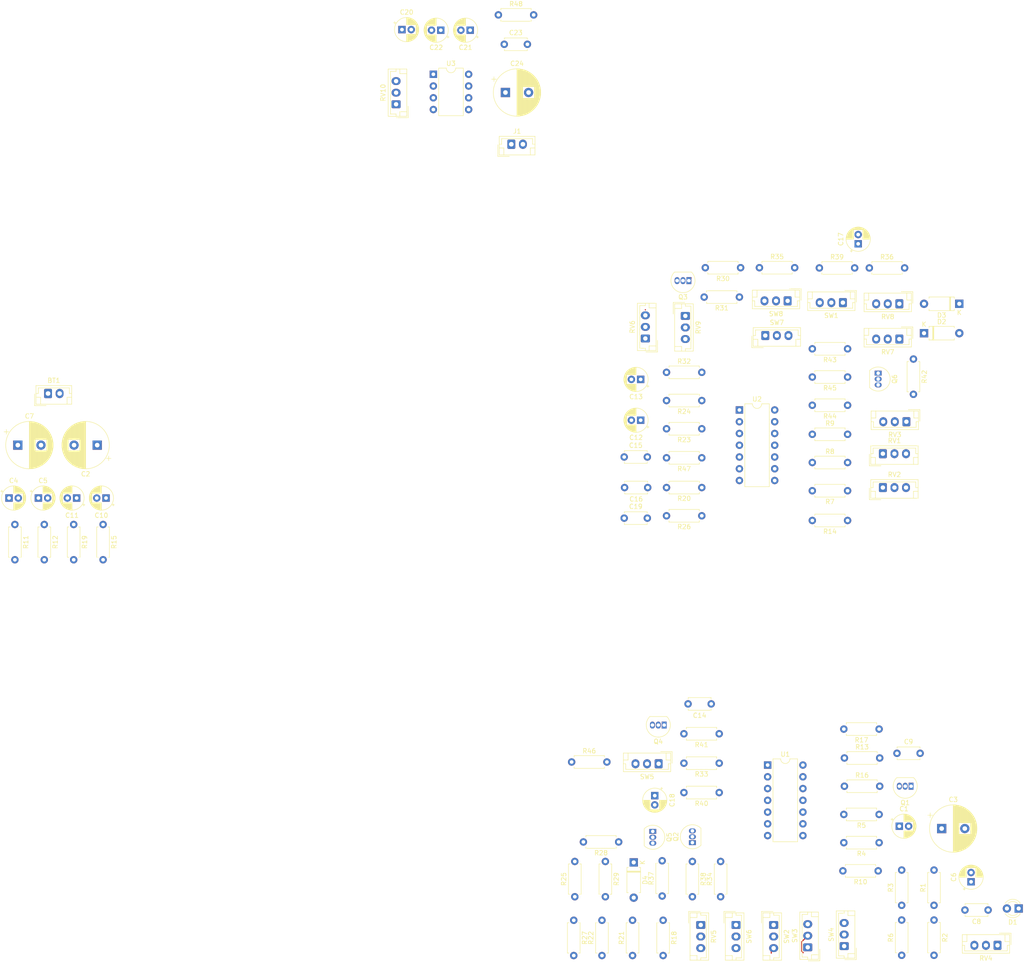
<source format=kicad_pcb>
(kicad_pcb (version 20171130) (host pcbnew "(5.1.10)-1")
  (layers (0 F.Cu signal) (31 B.Cu signal) (34 B.Paste user) (35 F.Paste user) (36 B.SilkS user) (37 F.SilkS user) (38 B.Mask user) (39 F.Mask user) (44 Edge.Cuts user))
  (net 0 "")
  (net 1 BN)
  (net 2 "Net-(BT1-Pad1)")
  (net 3 "Net-(C1-Pad1)")
  (net 4 BP)
  (net 5 "Net-(C3-Pad1)")
  (net 6 VG)
  (net 7 "Net-(C6-Pad1)")
  (net 8 "Net-(C8-Pad2)")
  (net 9 "Net-(C8-Pad1)")
  (net 10 "Net-(C9-Pad1)")
  (net 11 "Net-(C9-Pad2)")
  (net 12 "Net-(C12-Pad2)")
  (net 13 "Net-(C12-Pad1)")
  (net 14 "Net-(C13-Pad1)")
  (net 15 "Net-(C13-Pad2)")
  (net 16 "Net-(C14-Pad1)")
  (net 17 RMP)
  (net 18 "Net-(C15-Pad2)")
  (net 19 "Net-(C15-Pad1)")
  (net 20 A)
  (net 21 "Net-(C16-Pad2)")
  (net 22 "Net-(C17-Pad1)")
  (net 23 "Net-(C18-Pad1)")
  (net 24 "Net-(C19-Pad1)")
  (net 25 "Net-(C21-Pad1)")
  (net 26 "Net-(C22-Pad1)")
  (net 27 "Net-(C22-Pad2)")
  (net 28 "Net-(C23-Pad2)")
  (net 29 "Net-(C23-Pad1)")
  (net 30 "Net-(C24-Pad2)")
  (net 31 "Net-(D1-Pad2)")
  (net 32 "Net-(D2-Pad1)")
  (net 33 "Net-(D2-Pad2)")
  (net 34 "Net-(D3-Pad2)")
  (net 35 "Net-(D4-Pad1)")
  (net 36 "Net-(D4-Pad2)")
  (net 37 "Net-(Q1-Pad1)")
  (net 38 "Net-(Q1-Pad2)")
  (net 39 "Net-(Q3-Pad2)")
  (net 40 "Net-(Q3-Pad1)")
  (net 41 "Net-(Q4-Pad3)")
  (net 42 "Net-(Q5-Pad3)")
  (net 43 AREG)
  (net 44 "Net-(Q6-Pad3)")
  (net 45 "Net-(R1-Pad1)")
  (net 46 "Net-(R4-Pad1)")
  (net 47 "Net-(R7-Pad1)")
  (net 48 "Net-(R14-Pad2)")
  (net 49 "Net-(R8-Pad2)")
  (net 50 "Net-(R9-Pad2)")
  (net 51 "Net-(R18-Pad1)")
  (net 52 "Net-(R21-Pad2)")
  (net 53 "Net-(R21-Pad1)")
  (net 54 "Net-(R30-Pad2)")
  (net 55 "Net-(R33-Pad1)")
  (net 56 "Net-(R34-Pad1)")
  (net 57 "Net-(R36-Pad2)")
  (net 58 "Net-(R40-Pad1)")
  (net 59 "Net-(R43-Pad1)")
  (net 60 "Net-(R43-Pad2)")
  (net 61 SQR)
  (net 62 "Net-(R47-Pad1)")
  (net 63 LFO)
  (net 64 "Net-(RV3-Pad1)")
  (net 65 "Net-(RV5-Pad1)")
  (net 66 "Net-(RV10-Pad2)")
  (module Connector_JST:JST_EH_B3B-EH-A_1x03_P2.50mm_Vertical (layer F.Cu) (at 855.98 278.5618 180)
    (fp_text reference SW1 (at 2.5 -2.8) (layer F.SilkS))
    (fp_text value SW_SPST)
    (pad 1 thru_hole roundrect (at 0 0 180) (size 1.7 1.95) (drill 0.95) (layers *.Cu *.Mask) (roundrect_rratio 0.147059) (net 2 "Net-(BT1-Pad1)"))
    (pad 2 thru_hole oval (at 2.5 0 180) (size 1.7 1.95) (drill 0.95) (layers *.Cu *.Mask) (net 4 BP))
    (pad 3 thru_hole oval (at 5 0 180) (size 1.7 1.95) (drill 0.95) (layers *.Cu *.Mask))
  )
  (module Package_DIP:DIP-14_W7.62mm (layer F.Cu) (at 833.628 301.752)
    (fp_text reference U2 (at 3.81 -2.33) (layer F.SilkS))
    (fp_text value LM324)
    (pad 1 thru_hole rect (at 0 0) (size 1.6 1.6) (drill 0.8) (layers *.Cu *.Mask) (net 20 A))
    (pad 8 thru_hole oval (at 7.62 15.24) (size 1.6 1.6) (drill 0.8) (layers *.Cu *.Mask) (net 38 "Net-(Q1-Pad2)"))
    (pad 2 thru_hole oval (at 0 2.54) (size 1.6 1.6) (drill 0.8) (layers *.Cu *.Mask) (net 18 "Net-(C15-Pad2)"))
    (pad 9 thru_hole oval (at 7.62 12.7) (size 1.6 1.6) (drill 0.8) (layers *.Cu *.Mask) (net 48 "Net-(R14-Pad2)"))
    (pad 3 thru_hole oval (at 0 5.08) (size 1.6 1.6) (drill 0.8) (layers *.Cu *.Mask) (net 6 VG))
    (pad 10 thru_hole oval (at 7.62 10.16) (size 1.6 1.6) (drill 0.8) (layers *.Cu *.Mask) (net 6 VG))
    (pad 4 thru_hole oval (at 0 7.62) (size 1.6 1.6) (drill 0.8) (layers *.Cu *.Mask) (net 4 BP))
    (pad 11 thru_hole oval (at 7.62 7.62) (size 1.6 1.6) (drill 0.8) (layers *.Cu *.Mask) (net 1 BN))
    (pad 5 thru_hole oval (at 0 10.16) (size 1.6 1.6) (drill 0.8) (layers *.Cu *.Mask) (net 58 "Net-(R40-Pad1)"))
    (pad 12 thru_hole oval (at 7.62 5.08) (size 1.6 1.6) (drill 0.8) (layers *.Cu *.Mask) (net 59 "Net-(R43-Pad1)"))
    (pad 6 thru_hole oval (at 0 12.7) (size 1.6 1.6) (drill 0.8) (layers *.Cu *.Mask) (net 23 "Net-(C18-Pad1)"))
    (pad 13 thru_hole oval (at 7.62 2.54) (size 1.6 1.6) (drill 0.8) (layers *.Cu *.Mask) (net 43 AREG))
    (pad 7 thru_hole oval (at 0 15.24) (size 1.6 1.6) (drill 0.8) (layers *.Cu *.Mask) (net 62 "Net-(R47-Pad1)"))
    (pad 14 thru_hole oval (at 7.62 0) (size 1.6 1.6) (drill 0.8) (layers *.Cu *.Mask) (net 60 "Net-(R43-Pad2)"))
  )
  (module Package_DIP:DIP-14_W7.62mm (layer F.Cu) (at 839.724 378.46)
    (fp_text reference U1 (at 3.81 -2.33) (layer F.SilkS))
    (fp_text value LM324)
    (pad 14 thru_hole oval (at 7.62 0) (size 1.6 1.6) (drill 0.8) (layers *.Cu *.Mask) (net 11 "Net-(C9-Pad2)"))
    (pad 7 thru_hole oval (at 0 15.24) (size 1.6 1.6) (drill 0.8) (layers *.Cu *.Mask) (net 36 "Net-(D4-Pad2)"))
    (pad 13 thru_hole oval (at 7.62 2.54) (size 1.6 1.6) (drill 0.8) (layers *.Cu *.Mask) (net 10 "Net-(C9-Pad1)"))
    (pad 6 thru_hole oval (at 0 12.7) (size 1.6 1.6) (drill 0.8) (layers *.Cu *.Mask) (net 56 "Net-(R34-Pad1)"))
    (pad 12 thru_hole oval (at 7.62 5.08) (size 1.6 1.6) (drill 0.8) (layers *.Cu *.Mask) (net 6 VG))
    (pad 5 thru_hole oval (at 0 10.16) (size 1.6 1.6) (drill 0.8) (layers *.Cu *.Mask) (net 55 "Net-(R33-Pad1)"))
    (pad 11 thru_hole oval (at 7.62 7.62) (size 1.6 1.6) (drill 0.8) (layers *.Cu *.Mask) (net 1 BN))
    (pad 4 thru_hole oval (at 0 7.62) (size 1.6 1.6) (drill 0.8) (layers *.Cu *.Mask) (net 4 BP))
    (pad 10 thru_hole oval (at 7.62 10.16) (size 1.6 1.6) (drill 0.8) (layers *.Cu *.Mask) (net 45 "Net-(R1-Pad1)"))
    (pad 3 thru_hole oval (at 0 5.08) (size 1.6 1.6) (drill 0.8) (layers *.Cu *.Mask) (net 6 VG))
    (pad 9 thru_hole oval (at 7.62 12.7) (size 1.6 1.6) (drill 0.8) (layers *.Cu *.Mask) (net 3 "Net-(C1-Pad1)"))
    (pad 2 thru_hole oval (at 0 2.54) (size 1.6 1.6) (drill 0.8) (layers *.Cu *.Mask) (net 16 "Net-(C14-Pad1)"))
    (pad 8 thru_hole oval (at 7.62 15.24) (size 1.6 1.6) (drill 0.8) (layers *.Cu *.Mask) (net 8 "Net-(C8-Pad2)"))
    (pad 1 thru_hole rect (at 0 0) (size 1.6 1.6) (drill 0.8) (layers *.Cu *.Mask) (net 17 RMP))
  )
  (module Connector_JST:JST_EH_B2B-EH-A_1x02_P2.50mm_Vertical (layer F.Cu) (at 684.276 298.196)
    (fp_text reference BT1 (at 1.25 -2.8) (layer F.SilkS))
    (fp_text value 9V)
    (pad 2 thru_hole oval (at 2.5 0) (size 1.7 2) (drill 1) (layers *.Cu *.Mask) (net 1 BN))
    (pad 1 thru_hole roundrect (at 0 0) (size 1.7 2) (drill 1) (layers *.Cu *.Mask) (roundrect_rratio 0.147059) (net 2 "Net-(BT1-Pad1)"))
  )
  (module Capacitor_THT:CP_Radial_D5.0mm_P2.00mm (layer F.Cu) (at 868.172 391.668)
    (fp_text reference C1 (at 1 -3.75) (layer F.SilkS))
    (fp_text value 1uF)
    (pad 2 thru_hole circle (at 2 0) (size 1.6 1.6) (drill 0.8) (layers *.Cu *.Mask) (net 1 BN))
    (pad 1 thru_hole rect (at 0 0) (size 1.6 1.6) (drill 0.8) (layers *.Cu *.Mask) (net 3 "Net-(C1-Pad1)"))
  )
  (module Capacitor_THT:CP_Radial_D10.0mm_P5.00mm (layer F.Cu) (at 694.8932 309.3466 180)
    (fp_text reference C2 (at 2.5 -6.25) (layer F.SilkS))
    (fp_text value 470uF)
    (pad 2 thru_hole circle (at 5 0 180) (size 2 2) (drill 1) (layers *.Cu *.Mask) (net 1 BN))
    (pad 1 thru_hole rect (at 0 0 180) (size 2 2) (drill 1) (layers *.Cu *.Mask) (net 4 BP))
  )
  (module Capacitor_THT:CP_Radial_D10.0mm_P5.00mm (layer F.Cu) (at 877.316 392.176)
    (fp_text reference C3 (at 2.5 -6.25) (layer F.SilkS))
    (fp_text value 470uF)
    (pad 1 thru_hole rect (at 0 0) (size 2 2) (drill 1) (layers *.Cu *.Mask) (net 5 "Net-(C3-Pad1)"))
    (pad 2 thru_hole circle (at 5 0) (size 2 2) (drill 1) (layers *.Cu *.Mask) (net 1 BN))
  )
  (module Capacitor_THT:CP_Radial_D5.0mm_P2.00mm (layer F.Cu) (at 675.8432 320.7766)
    (fp_text reference C4 (at 1 -3.75) (layer F.SilkS))
    (fp_text value 10uF)
    (pad 1 thru_hole rect (at 0 0) (size 1.6 1.6) (drill 0.8) (layers *.Cu *.Mask) (net 4 BP))
    (pad 2 thru_hole circle (at 2 0) (size 1.6 1.6) (drill 0.8) (layers *.Cu *.Mask) (net 6 VG))
  )
  (module Capacitor_THT:CP_Radial_D5.0mm_P2.00mm (layer F.Cu) (at 682.1932 320.7766)
    (fp_text reference C5 (at 1 -3.75) (layer F.SilkS))
    (fp_text value 10uF)
    (pad 1 thru_hole rect (at 0 0) (size 1.6 1.6) (drill 0.8) (layers *.Cu *.Mask) (net 6 VG))
    (pad 2 thru_hole circle (at 2 0) (size 1.6 1.6) (drill 0.8) (layers *.Cu *.Mask) (net 1 BN))
  )
  (module Capacitor_THT:CP_Radial_D5.0mm_P2.00mm (layer F.Cu) (at 883.666 403.6822 90)
    (fp_text reference C6 (at 1 -3.75 90) (layer F.SilkS))
    (fp_text value 1uF)
    (pad 1 thru_hole rect (at 0 0 90) (size 1.6 1.6) (drill 0.8) (layers *.Cu *.Mask) (net 7 "Net-(C6-Pad1)"))
    (pad 2 thru_hole circle (at 2 0 90) (size 1.6 1.6) (drill 0.8) (layers *.Cu *.Mask) (net 1 BN))
  )
  (module Capacitor_THT:CP_Radial_D10.0mm_P5.00mm (layer F.Cu) (at 677.7482 309.3466)
    (fp_text reference C7 (at 2.5 -6.25) (layer F.SilkS))
    (fp_text value 470uF)
    (pad 1 thru_hole rect (at 0 0) (size 2 2) (drill 1) (layers *.Cu *.Mask) (net 6 VG))
    (pad 2 thru_hole circle (at 5 0) (size 2 2) (drill 1) (layers *.Cu *.Mask) (net 1 BN))
  )
  (module Capacitor_THT:C_Disc_D4.7mm_W2.5mm_P5.00mm (layer F.Cu) (at 887.349 409.7782 180)
    (fp_text reference C8 (at 2.5 -2.5) (layer F.SilkS))
    (fp_text value 1nF)
    (pad 2 thru_hole circle (at 5 0 180) (size 1.6 1.6) (drill 0.8) (layers *.Cu *.Mask) (net 8 "Net-(C8-Pad2)"))
    (pad 1 thru_hole circle (at 0 0 180) (size 1.6 1.6) (drill 0.8) (layers *.Cu *.Mask) (net 9 "Net-(C8-Pad1)"))
  )
  (module Capacitor_THT:C_Disc_D4.7mm_W2.5mm_P5.00mm (layer F.Cu) (at 867.664 375.92)
    (fp_text reference C9 (at 2.5 -2.5) (layer F.SilkS))
    (fp_text value 100pF)
    (pad 2 thru_hole circle (at 5 0) (size 1.6 1.6) (drill 0.8) (layers *.Cu *.Mask) (net 11 "Net-(C9-Pad2)"))
    (pad 1 thru_hole circle (at 0 0) (size 1.6 1.6) (drill 0.8) (layers *.Cu *.Mask) (net 10 "Net-(C9-Pad1)"))
  )
  (module Capacitor_THT:CP_Radial_D5.0mm_P2.00mm (layer F.Cu) (at 696.7982 320.7766 180)
    (fp_text reference C10 (at 1 -3.75) (layer F.SilkS))
    (fp_text value 10uF)
    (pad 1 thru_hole rect (at 0 0 180) (size 1.6 1.6) (drill 0.8) (layers *.Cu *.Mask) (net 4 BP))
    (pad 2 thru_hole circle (at 2 0 180) (size 1.6 1.6) (drill 0.8) (layers *.Cu *.Mask) (net 6 VG))
  )
  (module Capacitor_THT:CP_Radial_D5.0mm_P2.00mm (layer F.Cu) (at 690.4482 320.7766 180)
    (fp_text reference C11 (at 1 -3.75) (layer F.SilkS))
    (fp_text value 10uF)
    (pad 2 thru_hole circle (at 2 0 180) (size 1.6 1.6) (drill 0.8) (layers *.Cu *.Mask) (net 1 BN))
    (pad 1 thru_hole rect (at 0 0 180) (size 1.6 1.6) (drill 0.8) (layers *.Cu *.Mask) (net 6 VG))
  )
  (module Capacitor_THT:CP_Radial_D5.0mm_P2.00mm (layer F.Cu) (at 812.292 303.9618 180)
    (fp_text reference C12 (at 1 -3.75) (layer F.SilkS))
    (fp_text value 0.1uF)
    (pad 2 thru_hole circle (at 2 0 180) (size 1.6 1.6) (drill 0.8) (layers *.Cu *.Mask) (net 12 "Net-(C12-Pad2)"))
    (pad 1 thru_hole rect (at 0 0 180) (size 1.6 1.6) (drill 0.8) (layers *.Cu *.Mask) (net 13 "Net-(C12-Pad1)"))
  )
  (module Capacitor_THT:CP_Radial_D5.0mm_P2.00mm (layer F.Cu) (at 812.292 295.148 180)
    (fp_text reference C13 (at 1 -3.75) (layer F.SilkS))
    (fp_text value 0.1uF)
    (pad 1 thru_hole rect (at 0 0 180) (size 1.6 1.6) (drill 0.8) (layers *.Cu *.Mask) (net 14 "Net-(C13-Pad1)"))
    (pad 2 thru_hole circle (at 2 0 180) (size 1.6 1.6) (drill 0.8) (layers *.Cu *.Mask) (net 15 "Net-(C13-Pad2)"))
  )
  (module Capacitor_THT:C_Disc_D4.7mm_W2.5mm_P5.00mm (layer F.Cu) (at 827.532 365.252 180)
    (fp_text reference C14 (at 2.5 -2.5) (layer F.SilkS))
    (fp_text value .001uF)
    (pad 2 thru_hole circle (at 5 0 180) (size 1.6 1.6) (drill 0.8) (layers *.Cu *.Mask) (net 17 RMP))
    (pad 1 thru_hole circle (at 0 0 180) (size 1.6 1.6) (drill 0.8) (layers *.Cu *.Mask) (net 16 "Net-(C14-Pad1)"))
  )
  (module Capacitor_THT:C_Disc_D4.7mm_W2.5mm_P5.00mm (layer F.Cu) (at 808.736 311.912)
    (fp_text reference C15 (at 2.5 -2.5) (layer F.SilkS))
    (fp_text value .001uF)
    (pad 2 thru_hole circle (at 5 0) (size 1.6 1.6) (drill 0.8) (layers *.Cu *.Mask) (net 18 "Net-(C15-Pad2)"))
    (pad 1 thru_hole circle (at 0 0) (size 1.6 1.6) (drill 0.8) (layers *.Cu *.Mask) (net 19 "Net-(C15-Pad1)"))
  )
  (module Capacitor_THT:C_Disc_D4.7mm_W2.5mm_P5.00mm (layer F.Cu) (at 813.816 318.516 180)
    (fp_text reference C16 (at 2.5 -2.5) (layer F.SilkS))
    (fp_text value .001uF)
    (pad 1 thru_hole circle (at 0 0 180) (size 1.6 1.6) (drill 0.8) (layers *.Cu *.Mask) (net 20 A))
    (pad 2 thru_hole circle (at 5 0 180) (size 1.6 1.6) (drill 0.8) (layers *.Cu *.Mask) (net 21 "Net-(C16-Pad2)"))
  )
  (module Capacitor_THT:CP_Radial_D5.0mm_P2.00mm (layer F.Cu) (at 859.282 265.8618 90)
    (fp_text reference C17 (at 1 -3.75 90) (layer F.SilkS))
    (fp_text value 4.7uF)
    (pad 2 thru_hole circle (at 2 0 90) (size 1.6 1.6) (drill 0.8) (layers *.Cu *.Mask) (net 1 BN))
    (pad 1 thru_hole rect (at 0 0 90) (size 1.6 1.6) (drill 0.8) (layers *.Cu *.Mask) (net 22 "Net-(C17-Pad1)"))
  )
  (module Capacitor_THT:CP_Radial_D5.0mm_P2.00mm (layer F.Cu) (at 815.34 385.064 270)
    (fp_text reference C18 (at 1 -3.75 90) (layer F.SilkS))
    (fp_text value 0.1uF)
    (pad 2 thru_hole circle (at 2 0 270) (size 1.6 1.6) (drill 0.8) (layers *.Cu *.Mask) (net 1 BN))
    (pad 1 thru_hole rect (at 0 0 270) (size 1.6 1.6) (drill 0.8) (layers *.Cu *.Mask) (net 23 "Net-(C18-Pad1)"))
  )
  (module Capacitor_THT:C_Disc_D4.7mm_W2.5mm_P5.00mm (layer F.Cu) (at 808.736 325.12)
    (fp_text reference C19 (at 2.5 -2.5) (layer F.SilkS))
    (fp_text value 1uF)
    (pad 1 thru_hole circle (at 0 0) (size 1.6 1.6) (drill 0.8) (layers *.Cu *.Mask) (net 24 "Net-(C19-Pad1)"))
    (pad 2 thru_hole circle (at 5 0) (size 1.6 1.6) (drill 0.8) (layers *.Cu *.Mask) (net 20 A))
  )
  (module Capacitor_THT:CP_Radial_D5.0mm_P2.00mm (layer F.Cu) (at 760.73 219.583)
    (fp_text reference C20 (at 1 -3.75) (layer F.SilkS))
    (fp_text value 0.1uF)
    (pad 2 thru_hole circle (at 2 0) (size 1.6 1.6) (drill 0.8) (layers *.Cu *.Mask) (net 1 BN))
    (pad 1 thru_hole rect (at 0 0) (size 1.6 1.6) (drill 0.8) (layers *.Cu *.Mask) (net 4 BP))
  )
  (module Capacitor_THT:CP_Radial_D5.0mm_P2.00mm (layer F.Cu) (at 775.462 219.71 180)
    (fp_text reference C21 (at 1 -3.75) (layer F.SilkS))
    (fp_text value 10uF)
    (pad 2 thru_hole circle (at 2 0 180) (size 1.6 1.6) (drill 0.8) (layers *.Cu *.Mask) (net 1 BN))
    (pad 1 thru_hole rect (at 0 0 180) (size 1.6 1.6) (drill 0.8) (layers *.Cu *.Mask) (net 25 "Net-(C21-Pad1)"))
  )
  (module Capacitor_THT:CP_Radial_D5.0mm_P2.00mm (layer F.Cu) (at 769.112 219.71 180)
    (fp_text reference C22 (at 1 -3.75) (layer F.SilkS))
    (fp_text value 10uF)
    (pad 1 thru_hole rect (at 0 0 180) (size 1.6 1.6) (drill 0.8) (layers *.Cu *.Mask) (net 26 "Net-(C22-Pad1)"))
    (pad 2 thru_hole circle (at 2 0 180) (size 1.6 1.6) (drill 0.8) (layers *.Cu *.Mask) (net 27 "Net-(C22-Pad2)"))
  )
  (module Capacitor_THT:C_Disc_D4.7mm_W2.5mm_P5.00mm (layer F.Cu) (at 782.828 222.758)
    (fp_text reference C23 (at 2.5 -2.5) (layer F.SilkS))
    (fp_text value .047uF)
    (pad 2 thru_hole circle (at 5 0) (size 1.6 1.6) (drill 0.8) (layers *.Cu *.Mask) (net 28 "Net-(C23-Pad2)"))
    (pad 1 thru_hole circle (at 0 0) (size 1.6 1.6) (drill 0.8) (layers *.Cu *.Mask) (net 29 "Net-(C23-Pad1)"))
  )
  (module Capacitor_THT:CP_Radial_D10.0mm_P5.00mm (layer F.Cu) (at 783.082 233.172)
    (fp_text reference C24 (at 2.5 -6.25) (layer F.SilkS))
    (fp_text value 220uF)
    (pad 2 thru_hole circle (at 5 0) (size 2 2) (drill 1) (layers *.Cu *.Mask) (net 30 "Net-(C24-Pad2)"))
    (pad 1 thru_hole rect (at 0 0) (size 2 2) (drill 1) (layers *.Cu *.Mask) (net 29 "Net-(C23-Pad1)"))
  )
  (module LED_THT:LED_D3.0mm (layer F.Cu) (at 893.953 409.448 180)
    (fp_text reference D1 (at 1.27 -2.96) (layer F.SilkS))
    (fp_text value LED)
    (pad 1 thru_hole rect (at 0 0 180) (size 1.8 1.8) (drill 0.9) (layers *.Cu *.Mask) (net 8 "Net-(C8-Pad2)"))
    (pad 2 thru_hole circle (at 2.54 0 180) (size 1.8 1.8) (drill 0.9) (layers *.Cu *.Mask) (net 31 "Net-(D1-Pad2)"))
  )
  (module Diode_THT:D_A-405_P7.62mm_Horizontal (layer F.Cu) (at 873.506 285.1658)
    (fp_text reference D2 (at 3.81 -2.47) (layer F.SilkS))
    (fp_text value D)
    (fp_text user K (at 0 -1.9) (layer F.SilkS))
    (pad 1 thru_hole rect (at 0 0) (size 1.8 1.8) (drill 0.9) (layers *.Cu *.Mask) (net 32 "Net-(D2-Pad1)"))
    (pad 2 thru_hole oval (at 7.62 0) (size 1.8 1.8) (drill 0.9) (layers *.Cu *.Mask) (net 33 "Net-(D2-Pad2)"))
  )
  (module Diode_THT:D_A-405_P7.62mm_Horizontal (layer F.Cu) (at 881.126 278.8158 180)
    (fp_text reference D3 (at 3.81 -2.47) (layer F.SilkS))
    (fp_text value D)
    (fp_text user K (at 0 -1.9) (layer F.SilkS))
    (pad 2 thru_hole oval (at 7.62 0 180) (size 1.8 1.8) (drill 0.9) (layers *.Cu *.Mask) (net 34 "Net-(D3-Pad2)"))
    (pad 1 thru_hole rect (at 0 0 180) (size 1.8 1.8) (drill 0.9) (layers *.Cu *.Mask) (net 33 "Net-(D2-Pad2)"))
  )
  (module Diode_THT:D_A-405_P7.62mm_Horizontal (layer F.Cu) (at 810.7934 399.4912 270)
    (fp_text reference D4 (at 3.81 -2.47 90) (layer F.SilkS))
    (fp_text value D)
    (fp_text user K (at 0 -1.9 90) (layer F.SilkS))
    (pad 2 thru_hole oval (at 7.62 0 270) (size 1.8 1.8) (drill 0.9) (layers *.Cu *.Mask) (net 36 "Net-(D4-Pad2)"))
    (pad 1 thru_hole rect (at 0 0 270) (size 1.8 1.8) (drill 0.9) (layers *.Cu *.Mask) (net 35 "Net-(D4-Pad1)"))
  )
  (module Connector_JST:JST_EH_B2B-EH-A_1x02_P2.50mm_Vertical (layer F.Cu) (at 784.352 244.348)
    (fp_text reference J1 (at 1.25 -2.8) (layer F.SilkS))
    (fp_text value SPKR)
    (pad 1 thru_hole roundrect (at 0 0) (size 1.7 2) (drill 1) (layers *.Cu *.Mask) (roundrect_rratio 0.147059) (net 30 "Net-(C24-Pad2)"))
    (pad 2 thru_hole oval (at 2.5 0) (size 1.7 2) (drill 1) (layers *.Cu *.Mask) (net 1 BN))
  )
  (module Package_TO_SOT_THT:TO-92_Inline (layer F.Cu) (at 870.712 383.032 180)
    (fp_text reference Q1 (at 1.27 -3.56) (layer F.SilkS))
    (fp_text value 2N3904)
    (pad 2 thru_hole oval (at 1.27 0 180) (size 1.05 1.5) (drill 0.75) (layers *.Cu *.Mask) (net 38 "Net-(Q1-Pad2)"))
    (pad 3 thru_hole oval (at 2.54 0 180) (size 1.05 1.5) (drill 0.75) (layers *.Cu *.Mask) (net 10 "Net-(C9-Pad1)"))
    (pad 1 thru_hole rect (at 0 0 180) (size 1.05 1.5) (drill 0.75) (layers *.Cu *.Mask) (net 37 "Net-(Q1-Pad1)"))
  )
  (module Package_TO_SOT_THT:TO-92_Inline (layer F.Cu) (at 823.468 395.224 90)
    (fp_text reference Q2 (at 1.27 -3.56 90) (layer F.SilkS))
    (fp_text value 2N3904)
    (pad 1 thru_hole rect (at 0 0 90) (size 1.05 1.5) (drill 0.75) (layers *.Cu *.Mask) (net 37 "Net-(Q1-Pad1)"))
    (pad 3 thru_hole oval (at 2.54 0 90) (size 1.05 1.5) (drill 0.75) (layers *.Cu *.Mask) (net 16 "Net-(C14-Pad1)"))
    (pad 2 thru_hole oval (at 1.27 0 90) (size 1.05 1.5) (drill 0.75) (layers *.Cu *.Mask) (net 6 VG))
  )
  (module Package_TO_SOT_THT:TO-92_Inline (layer F.Cu) (at 822.706 273.812 180)
    (fp_text reference Q3 (at 1.27 -3.56) (layer F.SilkS))
    (fp_text value 2N3906)
    (pad 2 thru_hole oval (at 1.27 0 180) (size 1.05 1.5) (drill 0.75) (layers *.Cu *.Mask) (net 39 "Net-(Q3-Pad2)"))
    (pad 3 thru_hole oval (at 2.54 0 180) (size 1.05 1.5) (drill 0.75) (layers *.Cu *.Mask) (net 1 BN))
    (pad 1 thru_hole rect (at 0 0 180) (size 1.05 1.5) (drill 0.75) (layers *.Cu *.Mask) (net 40 "Net-(Q3-Pad1)"))
  )
  (module Package_TO_SOT_THT:TO-92_Inline (layer F.Cu) (at 817.372 369.824 180)
    (fp_text reference Q4 (at 1.27 -3.56) (layer F.SilkS))
    (fp_text value 2N5457)
    (pad 2 thru_hole oval (at 1.27 0 180) (size 1.05 1.5) (drill 0.75) (layers *.Cu *.Mask) (net 16 "Net-(C14-Pad1)"))
    (pad 3 thru_hole oval (at 2.54 0 180) (size 1.05 1.5) (drill 0.75) (layers *.Cu *.Mask) (net 41 "Net-(Q4-Pad3)"))
    (pad 1 thru_hole rect (at 0 0 180) (size 1.05 1.5) (drill 0.75) (layers *.Cu *.Mask) (net 17 RMP))
  )
  (module Package_TO_SOT_THT:TO-92_Inline (layer F.Cu) (at 814.9082 392.7856 270)
    (fp_text reference Q5 (at 1.27 -3.56 90) (layer F.SilkS))
    (fp_text value 2N5457)
    (pad 1 thru_hole rect (at 0 0 270) (size 1.05 1.5) (drill 0.75) (layers *.Cu *.Mask) (net 19 "Net-(C15-Pad1)"))
    (pad 3 thru_hole oval (at 2.54 0 270) (size 1.05 1.5) (drill 0.75) (layers *.Cu *.Mask) (net 42 "Net-(Q5-Pad3)"))
    (pad 2 thru_hole oval (at 1.27 0 270) (size 1.05 1.5) (drill 0.75) (layers *.Cu *.Mask) (net 6 VG))
  )
  (module Package_TO_SOT_THT:TO-92_Inline (layer F.Cu) (at 863.6 293.8018 270)
    (fp_text reference Q6 (at 1.27 -3.56 90) (layer F.SilkS))
    (fp_text value 2N5457)
    (pad 2 thru_hole oval (at 1.27 0 270) (size 1.05 1.5) (drill 0.75) (layers *.Cu *.Mask) (net 43 AREG))
    (pad 3 thru_hole oval (at 2.54 0 270) (size 1.05 1.5) (drill 0.75) (layers *.Cu *.Mask) (net 44 "Net-(Q6-Pad3)"))
    (pad 1 thru_hole rect (at 0 0 270) (size 1.05 1.5) (drill 0.75) (layers *.Cu *.Mask) (net 4 BP))
  )
  (module Resistor_THT:R_Axial_DIN0207_L6.3mm_D2.5mm_P7.62mm_Horizontal (layer F.Cu) (at 875.665 408.7622 90)
    (fp_text reference R1 (at 3.81 -2.37 90) (layer F.SilkS))
    (fp_text value 100k)
    (pad 2 thru_hole oval (at 7.62 0 90) (size 1.6 1.6) (drill 0.8) (layers *.Cu *.Mask) (net 4 BP))
    (pad 1 thru_hole circle (at 0 0 90) (size 1.6 1.6) (drill 0.8) (layers *.Cu *.Mask) (net 45 "Net-(R1-Pad1)"))
  )
  (module Resistor_THT:R_Axial_DIN0207_L6.3mm_D2.5mm_P7.62mm_Horizontal (layer F.Cu) (at 875.665 411.9372 270)
    (fp_text reference R2 (at 3.81 -2.37 90) (layer F.SilkS))
    (fp_text value 100k)
    (pad 1 thru_hole circle (at 0 0 270) (size 1.6 1.6) (drill 0.8) (layers *.Cu *.Mask) (net 45 "Net-(R1-Pad1)"))
    (pad 2 thru_hole oval (at 7.62 0 270) (size 1.6 1.6) (drill 0.8) (layers *.Cu *.Mask) (net 1 BN))
  )
  (module Resistor_THT:R_Axial_DIN0207_L6.3mm_D2.5mm_P7.62mm_Horizontal (layer F.Cu) (at 868.68 408.7622 90)
    (fp_text reference R3 (at 3.81 -2.37 90) (layer F.SilkS))
    (fp_text value 3k)
    (pad 1 thru_hole circle (at 0 0 90) (size 1.6 1.6) (drill 0.8) (layers *.Cu *.Mask) (net 5 "Net-(C3-Pad1)"))
    (pad 2 thru_hole oval (at 7.62 0 90) (size 1.6 1.6) (drill 0.8) (layers *.Cu *.Mask) (net 4 BP))
  )
  (module Resistor_THT:R_Axial_DIN0207_L6.3mm_D2.5mm_P7.62mm_Horizontal (layer F.Cu) (at 863.8032 395.224 180)
    (fp_text reference R4 (at 3.81 -2.37) (layer F.SilkS))
    (fp_text value 3k)
    (pad 2 thru_hole oval (at 7.62 0 180) (size 1.6 1.6) (drill 0.8) (layers *.Cu *.Mask) (net 3 "Net-(C1-Pad1)"))
    (pad 1 thru_hole circle (at 0 0 180) (size 1.6 1.6) (drill 0.8) (layers *.Cu *.Mask) (net 46 "Net-(R4-Pad1)"))
  )
  (module Resistor_THT:R_Axial_DIN0207_L6.3mm_D2.5mm_P7.62mm_Horizontal (layer F.Cu) (at 863.8032 389.128 180)
    (fp_text reference R5 (at 3.81 -2.37) (layer F.SilkS))
    (fp_text value 100k)
    (pad 2 thru_hole oval (at 7.62 0 180) (size 1.6 1.6) (drill 0.8) (layers *.Cu *.Mask) (net 45 "Net-(R1-Pad1)"))
    (pad 1 thru_hole circle (at 0 0 180) (size 1.6 1.6) (drill 0.8) (layers *.Cu *.Mask) (net 8 "Net-(C8-Pad2)"))
  )
  (module Resistor_THT:R_Axial_DIN0207_L6.3mm_D2.5mm_P7.62mm_Horizontal (layer F.Cu) (at 868.68 419.5572 90)
    (fp_text reference R6 (at 3.81 -2.37 90) (layer F.SilkS))
    (fp_text value 3k)
    (pad 1 thru_hole circle (at 0 0 90) (size 1.6 1.6) (drill 0.8) (layers *.Cu *.Mask) (net 31 "Net-(D1-Pad2)"))
    (pad 2 thru_hole oval (at 7.62 0 90) (size 1.6 1.6) (drill 0.8) (layers *.Cu *.Mask) (net 5 "Net-(C3-Pad1)"))
  )
  (module Resistor_THT:R_Axial_DIN0207_L6.3mm_D2.5mm_P7.62mm_Horizontal (layer F.Cu) (at 856.996 319.2018 180)
    (fp_text reference R7 (at 3.81 -2.37) (layer F.SilkS))
    (fp_text value 47k)
    (pad 2 thru_hole oval (at 7.62 0 180) (size 1.6 1.6) (drill 0.8) (layers *.Cu *.Mask) (net 48 "Net-(R14-Pad2)"))
    (pad 1 thru_hole circle (at 0 0 180) (size 1.6 1.6) (drill 0.8) (layers *.Cu *.Mask) (net 47 "Net-(R7-Pad1)"))
  )
  (module Resistor_THT:R_Axial_DIN0207_L6.3mm_D2.5mm_P7.62mm_Horizontal (layer F.Cu) (at 849.376 313.1058)
    (fp_text reference R8 (at 3.81 -2.37) (layer F.SilkS))
    (fp_text value 100k)
    (pad 1 thru_hole circle (at 0 0) (size 1.6 1.6) (drill 0.8) (layers *.Cu *.Mask) (net 48 "Net-(R14-Pad2)"))
    (pad 2 thru_hole oval (at 7.62 0) (size 1.6 1.6) (drill 0.8) (layers *.Cu *.Mask) (net 49 "Net-(R8-Pad2)"))
  )
  (module Resistor_THT:R_Axial_DIN0207_L6.3mm_D2.5mm_P7.62mm_Horizontal (layer F.Cu) (at 849.376 307.0098)
    (fp_text reference R9 (at 3.81 -2.37) (layer F.SilkS))
    (fp_text value 36k)
    (pad 2 thru_hole oval (at 7.62 0) (size 1.6 1.6) (drill 0.8) (layers *.Cu *.Mask) (net 50 "Net-(R9-Pad2)"))
    (pad 1 thru_hole circle (at 0 0) (size 1.6 1.6) (drill 0.8) (layers *.Cu *.Mask) (net 48 "Net-(R14-Pad2)"))
  )
  (module Resistor_THT:R_Axial_DIN0207_L6.3mm_D2.5mm_P7.62mm_Horizontal (layer F.Cu) (at 863.6 401.32 180)
    (fp_text reference R10 (at 3.81 -2.37) (layer F.SilkS))
    (fp_text value 20k)
    (pad 2 thru_hole oval (at 7.62 0 180) (size 1.6 1.6) (drill 0.8) (layers *.Cu *.Mask) (net 8 "Net-(C8-Pad2)"))
    (pad 1 thru_hole circle (at 0 0 180) (size 1.6 1.6) (drill 0.8) (layers *.Cu *.Mask) (net 7 "Net-(C6-Pad1)"))
  )
  (module Resistor_THT:R_Axial_DIN0207_L6.3mm_D2.5mm_P7.62mm_Horizontal (layer F.Cu) (at 677.1132 326.4916 270)
    (fp_text reference R11 (at 3.81 -2.37 90) (layer F.SilkS))
    (fp_text value 4.7k)
    (pad 1 thru_hole circle (at 0 0 270) (size 1.6 1.6) (drill 0.8) (layers *.Cu *.Mask) (net 4 BP))
    (pad 2 thru_hole oval (at 7.62 0 270) (size 1.6 1.6) (drill 0.8) (layers *.Cu *.Mask) (net 6 VG))
  )
  (module Resistor_THT:R_Axial_DIN0207_L6.3mm_D2.5mm_P7.62mm_Horizontal (layer F.Cu) (at 683.4632 326.4916 270)
    (fp_text reference R12 (at 3.81 -2.37 90) (layer F.SilkS))
    (fp_text value 4.7k)
    (pad 1 thru_hole circle (at 0 0 270) (size 1.6 1.6) (drill 0.8) (layers *.Cu *.Mask) (net 1 BN))
    (pad 2 thru_hole oval (at 7.62 0 270) (size 1.6 1.6) (drill 0.8) (layers *.Cu *.Mask) (net 6 VG))
  )
  (module Resistor_THT:R_Axial_DIN0207_L6.3mm_D2.5mm_P7.62mm_Horizontal (layer F.Cu) (at 856.3102 376.936)
    (fp_text reference R13 (at 3.81 -2.37) (layer F.SilkS))
    (fp_text value 270k)
    (pad 1 thru_hole circle (at 0 0) (size 1.6 1.6) (drill 0.8) (layers *.Cu *.Mask) (net 38 "Net-(Q1-Pad2)"))
    (pad 2 thru_hole oval (at 7.62 0) (size 1.6 1.6) (drill 0.8) (layers *.Cu *.Mask) (net 4 BP))
  )
  (module Resistor_THT:R_Axial_DIN0207_L6.3mm_D2.5mm_P7.62mm_Horizontal (layer F.Cu) (at 856.996 325.628 180)
    (fp_text reference R14 (at 3.81 -2.37) (layer F.SilkS))
    (fp_text value 2k)
    (pad 2 thru_hole oval (at 7.62 0 180) (size 1.6 1.6) (drill 0.8) (layers *.Cu *.Mask) (net 48 "Net-(R14-Pad2)"))
    (pad 1 thru_hole circle (at 0 0 180) (size 1.6 1.6) (drill 0.8) (layers *.Cu *.Mask) (net 38 "Net-(Q1-Pad2)"))
  )
  (module Resistor_THT:R_Axial_DIN0207_L6.3mm_D2.5mm_P7.62mm_Horizontal (layer F.Cu) (at 696.1632 326.4916 270)
    (fp_text reference R15 (at 3.81 -2.37 90) (layer F.SilkS))
    (fp_text value 4.7k)
    (pad 1 thru_hole circle (at 0 0 270) (size 1.6 1.6) (drill 0.8) (layers *.Cu *.Mask) (net 4 BP))
    (pad 2 thru_hole oval (at 7.62 0 270) (size 1.6 1.6) (drill 0.8) (layers *.Cu *.Mask) (net 6 VG))
  )
  (module Resistor_THT:R_Axial_DIN0207_L6.3mm_D2.5mm_P7.62mm_Horizontal (layer F.Cu) (at 856.3102 383.032)
    (fp_text reference R16 (at 3.81 -2.37) (layer F.SilkS))
    (fp_text value 2M)
    (pad 2 thru_hole oval (at 7.62 0) (size 1.6 1.6) (drill 0.8) (layers *.Cu *.Mask) (net 4 BP))
    (pad 1 thru_hole circle (at 0 0) (size 1.6 1.6) (drill 0.8) (layers *.Cu *.Mask) (net 10 "Net-(C9-Pad1)"))
  )
  (module Resistor_THT:R_Axial_DIN0207_L6.3mm_D2.5mm_P7.62mm_Horizontal (layer F.Cu) (at 863.8032 370.6876 180)
    (fp_text reference R17 (at 3.81 -2.37) (layer F.SilkS))
    (fp_text value 10k)
    (pad 1 thru_hole circle (at 0 0 180) (size 1.6 1.6) (drill 0.8) (layers *.Cu *.Mask) (net 37 "Net-(Q1-Pad1)"))
    (pad 2 thru_hole oval (at 7.62 0 180) (size 1.6 1.6) (drill 0.8) (layers *.Cu *.Mask) (net 11 "Net-(C9-Pad2)"))
  )
  (module Resistor_THT:R_Axial_DIN0207_L6.3mm_D2.5mm_P7.62mm_Horizontal (layer F.Cu) (at 817.1434 411.988 270)
    (fp_text reference R18 (at 3.81 -2.37 90) (layer F.SilkS))
    (fp_text value 27k)
    (pad 2 thru_hole oval (at 7.62 0 270) (size 1.6 1.6) (drill 0.8) (layers *.Cu *.Mask) (net 1 BN))
    (pad 1 thru_hole circle (at 0 0 270) (size 1.6 1.6) (drill 0.8) (layers *.Cu *.Mask) (net 51 "Net-(R18-Pad1)"))
  )
  (module Resistor_THT:R_Axial_DIN0207_L6.3mm_D2.5mm_P7.62mm_Horizontal (layer F.Cu) (at 689.8132 326.4916 270)
    (fp_text reference R19 (at 3.81 -2.37 90) (layer F.SilkS))
    (fp_text value 4.7k)
    (pad 2 thru_hole oval (at 7.62 0 270) (size 1.6 1.6) (drill 0.8) (layers *.Cu *.Mask) (net 6 VG))
    (pad 1 thru_hole circle (at 0 0 270) (size 1.6 1.6) (drill 0.8) (layers *.Cu *.Mask) (net 1 BN))
  )
  (module Resistor_THT:R_Axial_DIN0207_L6.3mm_D2.5mm_P7.62mm_Horizontal (layer F.Cu) (at 825.5 318.516 180)
    (fp_text reference R20 (at 3.81 -2.37) (layer F.SilkS))
    (fp_text value 47k)
    (pad 1 thru_hole circle (at 0 0 180) (size 1.6 1.6) (drill 0.8) (layers *.Cu *.Mask) (net 6 VG))
    (pad 2 thru_hole oval (at 7.62 0 180) (size 1.6 1.6) (drill 0.8) (layers *.Cu *.Mask) (net 15 "Net-(C13-Pad2)"))
  )
  (module Resistor_THT:R_Axial_DIN0207_L6.3mm_D2.5mm_P7.62mm_Horizontal (layer F.Cu) (at 810.5394 419.608 90)
    (fp_text reference R21 (at 3.81 -2.37 90) (layer F.SilkS))
    (fp_text value 39k)
    (pad 2 thru_hole oval (at 7.62 0 90) (size 1.6 1.6) (drill 0.8) (layers *.Cu *.Mask) (net 52 "Net-(R21-Pad2)"))
    (pad 1 thru_hole circle (at 0 0 90) (size 1.6 1.6) (drill 0.8) (layers *.Cu *.Mask) (net 53 "Net-(R21-Pad1)"))
  )
  (module Resistor_THT:R_Axial_DIN0207_L6.3mm_D2.5mm_P7.62mm_Horizontal (layer F.Cu) (at 803.9354 419.608 90)
    (fp_text reference R22 (at 3.81 -2.37 90) (layer F.SilkS))
    (fp_text value 100k)
    (pad 2 thru_hole oval (at 7.62 0 90) (size 1.6 1.6) (drill 0.8) (layers *.Cu *.Mask) (net 4 BP))
    (pad 1 thru_hole circle (at 0 0 90) (size 1.6 1.6) (drill 0.8) (layers *.Cu *.Mask) (net 53 "Net-(R21-Pad1)"))
  )
  (module Resistor_THT:R_Axial_DIN0207_L6.3mm_D2.5mm_P7.62mm_Horizontal (layer F.Cu) (at 825.5 305.816 180)
    (fp_text reference R23 (at 3.81 -2.37) (layer F.SilkS))
    (fp_text value 4.7M)
    (pad 1 thru_hole circle (at 0 0 180) (size 1.6 1.6) (drill 0.8) (layers *.Cu *.Mask) (net 18 "Net-(C15-Pad2)"))
    (pad 2 thru_hole oval (at 7.62 0 180) (size 1.6 1.6) (drill 0.8) (layers *.Cu *.Mask) (net 13 "Net-(C12-Pad1)"))
  )
  (module Resistor_THT:R_Axial_DIN0207_L6.3mm_D2.5mm_P7.62mm_Horizontal (layer F.Cu) (at 825.5 299.72 180)
    (fp_text reference R24 (at 3.81 -2.37) (layer F.SilkS))
    (fp_text value 3M)
    (pad 2 thru_hole oval (at 7.62 0 180) (size 1.6 1.6) (drill 0.8) (layers *.Cu *.Mask) (net 14 "Net-(C13-Pad1)"))
    (pad 1 thru_hole circle (at 0 0 180) (size 1.6 1.6) (drill 0.8) (layers *.Cu *.Mask) (net 18 "Net-(C15-Pad2)"))
  )
  (module Resistor_THT:R_Axial_DIN0207_L6.3mm_D2.5mm_P7.62mm_Horizontal (layer F.Cu) (at 798.068 406.908 90)
    (fp_text reference R25 (at 3.81 -2.37 90) (layer F.SilkS))
    (fp_text value 2M)
    (pad 1 thru_hole circle (at 0 0 90) (size 1.6 1.6) (drill 0.8) (layers *.Cu *.Mask) (net 41 "Net-(Q4-Pad3)"))
    (pad 2 thru_hole oval (at 7.62 0 90) (size 1.6 1.6) (drill 0.8) (layers *.Cu *.Mask) (net 1 BN))
  )
  (module Resistor_THT:R_Axial_DIN0207_L6.3mm_D2.5mm_P7.62mm_Horizontal (layer F.Cu) (at 825.5 324.612 180)
    (fp_text reference R26 (at 3.81 -2.37) (layer F.SilkS))
    (fp_text value 47k)
    (pad 2 thru_hole oval (at 7.62 0 180) (size 1.6 1.6) (drill 0.8) (layers *.Cu *.Mask) (net 12 "Net-(C12-Pad2)"))
    (pad 1 thru_hole circle (at 0 0 180) (size 1.6 1.6) (drill 0.8) (layers *.Cu *.Mask) (net 6 VG))
  )
  (module Resistor_THT:R_Axial_DIN0207_L6.3mm_D2.5mm_P7.62mm_Horizontal (layer F.Cu) (at 797.8394 411.988 270)
    (fp_text reference R27 (at 3.81 -2.37 90) (layer F.SilkS))
    (fp_text value 39k)
    (pad 1 thru_hole circle (at 0 0 270) (size 1.6 1.6) (drill 0.8) (layers *.Cu *.Mask) (net 42 "Net-(Q5-Pad3)"))
    (pad 2 thru_hole oval (at 7.62 0 270) (size 1.6 1.6) (drill 0.8) (layers *.Cu *.Mask) (net 53 "Net-(R21-Pad1)"))
  )
  (module Resistor_THT:R_Axial_DIN0207_L6.3mm_D2.5mm_P7.62mm_Horizontal (layer F.Cu) (at 807.5422 395.0716 180)
    (fp_text reference R28 (at 3.81 -2.37) (layer F.SilkS))
    (fp_text value 100k)
    (pad 2 thru_hole oval (at 7.62 0 180) (size 1.6 1.6) (drill 0.8) (layers *.Cu *.Mask) (net 1 BN))
    (pad 1 thru_hole circle (at 0 0 180) (size 1.6 1.6) (drill 0.8) (layers *.Cu *.Mask) (net 42 "Net-(Q5-Pad3)"))
  )
  (module Resistor_THT:R_Axial_DIN0207_L6.3mm_D2.5mm_P7.62mm_Horizontal (layer F.Cu) (at 804.672 399.288 270)
    (fp_text reference R29 (at 3.81 -2.37 90) (layer F.SilkS))
    (fp_text value 10k)
    (pad 2 thru_hole oval (at 7.62 0 270) (size 1.6 1.6) (drill 0.8) (layers *.Cu *.Mask) (net 41 "Net-(Q4-Pad3)"))
    (pad 1 thru_hole circle (at 0 0 270) (size 1.6 1.6) (drill 0.8) (layers *.Cu *.Mask) (net 35 "Net-(D4-Pad1)"))
  )
  (module Resistor_THT:R_Axial_DIN0207_L6.3mm_D2.5mm_P7.62mm_Horizontal (layer F.Cu) (at 833.882 271.018 180)
    (fp_text reference R30 (at 3.81 -2.37) (layer F.SilkS))
    (fp_text value 200)
    (pad 1 thru_hole circle (at 0 0 180) (size 1.6 1.6) (drill 0.8) (layers *.Cu *.Mask) (net 40 "Net-(Q3-Pad1)"))
    (pad 2 thru_hole oval (at 7.62 0 180) (size 1.6 1.6) (drill 0.8) (layers *.Cu *.Mask) (net 54 "Net-(R30-Pad2)"))
  )
  (module Resistor_THT:R_Axial_DIN0207_L6.3mm_D2.5mm_P7.62mm_Horizontal (layer F.Cu) (at 833.628 277.368 180)
    (fp_text reference R31 (at 3.81 -2.37) (layer F.SilkS))
    (fp_text value 10k)
    (pad 2 thru_hole oval (at 7.62 0 180) (size 1.6 1.6) (drill 0.8) (layers *.Cu *.Mask) (net 54 "Net-(R30-Pad2)"))
    (pad 1 thru_hole circle (at 0 0 180) (size 1.6 1.6) (drill 0.8) (layers *.Cu *.Mask) (net 39 "Net-(Q3-Pad2)"))
  )
  (module Resistor_THT:R_Axial_DIN0207_L6.3mm_D2.5mm_P7.62mm_Horizontal (layer F.Cu) (at 817.88 293.624)
    (fp_text reference R32 (at 3.81 -2.37) (layer F.SilkS))
    (fp_text value 4.7M)
    (pad 2 thru_hole oval (at 7.62 0) (size 1.6 1.6) (drill 0.8) (layers *.Cu *.Mask) (net 18 "Net-(C15-Pad2)"))
    (pad 1 thru_hole circle (at 0 0) (size 1.6 1.6) (drill 0.8) (layers *.Cu *.Mask) (net 20 A))
  )
  (module Resistor_THT:R_Axial_DIN0207_L6.3mm_D2.5mm_P7.62mm_Horizontal (layer F.Cu) (at 829.2592 378.0536 180)
    (fp_text reference R33 (at 3.81 -2.37) (layer F.SilkS))
    (fp_text value 10k)
    (pad 1 thru_hole circle (at 0 0 180) (size 1.6 1.6) (drill 0.8) (layers *.Cu *.Mask) (net 55 "Net-(R33-Pad1)"))
    (pad 2 thru_hole oval (at 7.62 0 180) (size 1.6 1.6) (drill 0.8) (layers *.Cu *.Mask) (net 17 RMP))
  )
  (module Resistor_THT:R_Axial_DIN0207_L6.3mm_D2.5mm_P7.62mm_Horizontal (layer F.Cu) (at 829.564 406.908 90)
    (fp_text reference R34 (at 3.81 -2.37 90) (layer F.SilkS))
    (fp_text value 47k)
    (pad 1 thru_hole circle (at 0 0 90) (size 1.6 1.6) (drill 0.8) (layers *.Cu *.Mask) (net 56 "Net-(R34-Pad1)"))
    (pad 2 thru_hole oval (at 7.62 0 90) (size 1.6 1.6) (drill 0.8) (layers *.Cu *.Mask) (net 4 BP))
  )
  (module Resistor_THT:R_Axial_DIN0207_L6.3mm_D2.5mm_P7.62mm_Horizontal (layer F.Cu) (at 837.946 271.018)
    (fp_text reference R35 (at 3.81 -2.37) (layer F.SilkS))
    (fp_text value 10k)
    (pad 1 thru_hole circle (at 0 0) (size 1.6 1.6) (drill 0.8) (layers *.Cu *.Mask) (net 54 "Net-(R30-Pad2)"))
    (pad 2 thru_hole oval (at 7.62 0) (size 1.6 1.6) (drill 0.8) (layers *.Cu *.Mask) (net 1 BN))
  )
  (module Resistor_THT:R_Axial_DIN0207_L6.3mm_D2.5mm_P7.62mm_Horizontal (layer F.Cu) (at 861.695 271.0688)
    (fp_text reference R36 (at 3.81 -2.37) (layer F.SilkS))
    (fp_text value 820)
    (pad 1 thru_hole circle (at 0 0) (size 1.6 1.6) (drill 0.8) (layers *.Cu *.Mask) (net 22 "Net-(C17-Pad1)"))
    (pad 2 thru_hole oval (at 7.62 0) (size 1.6 1.6) (drill 0.8) (layers *.Cu *.Mask) (net 57 "Net-(R36-Pad2)"))
  )
  (module Resistor_THT:R_Axial_DIN0207_L6.3mm_D2.5mm_P7.62mm_Horizontal (layer F.Cu) (at 816.9402 406.7556 90)
    (fp_text reference R37 (at 3.81 -2.37 90) (layer F.SilkS))
    (fp_text value 300k)
    (pad 2 thru_hole oval (at 7.62 0 90) (size 1.6 1.6) (drill 0.8) (layers *.Cu *.Mask) (net 55 "Net-(R33-Pad1)"))
    (pad 1 thru_hole circle (at 0 0 90) (size 1.6 1.6) (drill 0.8) (layers *.Cu *.Mask) (net 36 "Net-(D4-Pad2)"))
  )
  (module Resistor_THT:R_Axial_DIN0207_L6.3mm_D2.5mm_P7.62mm_Horizontal (layer F.Cu) (at 823.468 399.288 270)
    (fp_text reference R38 (at 3.81 -2.37 90) (layer F.SilkS))
    (fp_text value 82k)
    (pad 1 thru_hole circle (at 0 0 270) (size 1.6 1.6) (drill 0.8) (layers *.Cu *.Mask) (net 1 BN))
    (pad 2 thru_hole oval (at 7.62 0 270) (size 1.6 1.6) (drill 0.8) (layers *.Cu *.Mask) (net 56 "Net-(R34-Pad1)"))
  )
  (module Resistor_THT:R_Axial_DIN0207_L6.3mm_D2.5mm_P7.62mm_Horizontal (layer F.Cu) (at 850.9 271.0688)
    (fp_text reference R39 (at 3.81 -2.37) (layer F.SilkS))
    (fp_text value 10k)
    (pad 2 thru_hole oval (at 7.62 0) (size 1.6 1.6) (drill 0.8) (layers *.Cu *.Mask) (net 22 "Net-(C17-Pad1)"))
    (pad 1 thru_hole circle (at 0 0) (size 1.6 1.6) (drill 0.8) (layers *.Cu *.Mask) (net 44 "Net-(Q6-Pad3)"))
  )
  (module Resistor_THT:R_Axial_DIN0207_L6.3mm_D2.5mm_P7.62mm_Horizontal (layer F.Cu) (at 829.2592 384.4036 180)
    (fp_text reference R40 (at 3.81 -2.37) (layer F.SilkS))
    (fp_text value 10K)
    (pad 2 thru_hole oval (at 7.62 0 180) (size 1.6 1.6) (drill 0.8) (layers *.Cu *.Mask) (net 17 RMP))
    (pad 1 thru_hole circle (at 0 0 180) (size 1.6 1.6) (drill 0.8) (layers *.Cu *.Mask) (net 58 "Net-(R40-Pad1)"))
  )
  (module Resistor_THT:R_Axial_DIN0207_L6.3mm_D2.5mm_P7.62mm_Horizontal (layer F.Cu) (at 829.2592 371.7036 180)
    (fp_text reference R41 (at 3.81 -2.37) (layer F.SilkS))
    (fp_text value 2M)
    (pad 1 thru_hole circle (at 0 0 180) (size 1.6 1.6) (drill 0.8) (layers *.Cu *.Mask) (net 23 "Net-(C18-Pad1)"))
    (pad 2 thru_hole oval (at 7.62 0 180) (size 1.6 1.6) (drill 0.8) (layers *.Cu *.Mask) (net 17 RMP))
  )
  (module Resistor_THT:R_Axial_DIN0207_L6.3mm_D2.5mm_P7.62mm_Horizontal (layer F.Cu) (at 871.22 290.7538 270)
    (fp_text reference R42 (at 3.81 -2.37 90) (layer F.SilkS))
    (fp_text value 4.7k)
    (pad 1 thru_hole circle (at 0 0 270) (size 1.6 1.6) (drill 0.8) (layers *.Cu *.Mask) (net 1 BN))
    (pad 2 thru_hole oval (at 7.62 0 270) (size 1.6 1.6) (drill 0.8) (layers *.Cu *.Mask) (net 43 AREG))
  )
  (module Resistor_THT:R_Axial_DIN0207_L6.3mm_D2.5mm_P7.62mm_Horizontal (layer F.Cu) (at 856.996 288.544 180)
    (fp_text reference R43 (at 3.81 -2.37) (layer F.SilkS))
    (fp_text value 100k)
    (pad 1 thru_hole circle (at 0 0 180) (size 1.6 1.6) (drill 0.8) (layers *.Cu *.Mask) (net 59 "Net-(R43-Pad1)"))
    (pad 2 thru_hole oval (at 7.62 0 180) (size 1.6 1.6) (drill 0.8) (layers *.Cu *.Mask) (net 60 "Net-(R43-Pad2)"))
  )
  (module Resistor_THT:R_Axial_DIN0207_L6.3mm_D2.5mm_P7.62mm_Horizontal (layer F.Cu) (at 856.996 300.736 180)
    (fp_text reference R44 (at 3.81 -2.37) (layer F.SilkS))
    (fp_text value 150k)
    (pad 1 thru_hole circle (at 0 0 180) (size 1.6 1.6) (drill 0.8) (layers *.Cu *.Mask) (net 59 "Net-(R43-Pad1)"))
    (pad 2 thru_hole oval (at 7.62 0 180) (size 1.6 1.6) (drill 0.8) (layers *.Cu *.Mask) (net 4 BP))
  )
  (module Resistor_THT:R_Axial_DIN0207_L6.3mm_D2.5mm_P7.62mm_Horizontal (layer F.Cu) (at 856.996 294.64 180)
    (fp_text reference R45 (at 3.81 -2.37) (layer F.SilkS))
    (fp_text value 150k)
    (pad 2 thru_hole oval (at 7.62 0 180) (size 1.6 1.6) (drill 0.8) (layers *.Cu *.Mask) (net 1 BN))
    (pad 1 thru_hole circle (at 0 0 180) (size 1.6 1.6) (drill 0.8) (layers *.Cu *.Mask) (net 59 "Net-(R43-Pad1)"))
  )
  (module Resistor_THT:R_Axial_DIN0207_L6.3mm_D2.5mm_P7.62mm_Horizontal (layer F.Cu) (at 797.3822 377.7996)
    (fp_text reference R46 (at 3.81 -2.37) (layer F.SilkS))
    (fp_text value 10K)
    (pad 2 thru_hole oval (at 7.62 0) (size 1.6 1.6) (drill 0.8) (layers *.Cu *.Mask) (net 61 SQR))
    (pad 1 thru_hole circle (at 0 0) (size 1.6 1.6) (drill 0.8) (layers *.Cu *.Mask) (net 6 VG))
  )
  (module Resistor_THT:R_Axial_DIN0207_L6.3mm_D2.5mm_P7.62mm_Horizontal (layer F.Cu) (at 825.5 312.0898 180)
    (fp_text reference R47 (at 3.81 -2.37) (layer F.SilkS))
    (fp_text value 10K)
    (pad 1 thru_hole circle (at 0 0 180) (size 1.6 1.6) (drill 0.8) (layers *.Cu *.Mask) (net 62 "Net-(R47-Pad1)"))
    (pad 2 thru_hole oval (at 7.62 0 180) (size 1.6 1.6) (drill 0.8) (layers *.Cu *.Mask) (net 61 SQR))
  )
  (module Resistor_THT:R_Axial_DIN0207_L6.3mm_D2.5mm_P7.62mm_Horizontal (layer F.Cu) (at 781.558 216.408)
    (fp_text reference R48 (at 3.81 -2.37) (layer F.SilkS))
    (fp_text value 10)
    (pad 1 thru_hole circle (at 0 0) (size 1.6 1.6) (drill 0.8) (layers *.Cu *.Mask) (net 1 BN))
    (pad 2 thru_hole oval (at 7.62 0) (size 1.6 1.6) (drill 0.8) (layers *.Cu *.Mask) (net 28 "Net-(C23-Pad2)"))
  )
  (module Connector_JST:JST_EH_B3B-EH-A_1x03_P2.50mm_Vertical (layer F.Cu) (at 864.616 311.2008)
    (fp_text reference RV1 (at 2.5 -2.8) (layer F.SilkS))
    (fp_text value 100k)
    (pad 3 thru_hole oval (at 5 0) (size 1.7 1.95) (drill 0.95) (layers *.Cu *.Mask) (net 1 BN))
    (pad 2 thru_hole oval (at 2.5 0) (size 1.7 1.95) (drill 0.95) (layers *.Cu *.Mask) (net 47 "Net-(R7-Pad1)"))
    (pad 1 thru_hole roundrect (at 0 0) (size 1.7 1.95) (drill 0.95) (layers *.Cu *.Mask) (roundrect_rratio 0.147059) (net 4 BP))
  )
  (module Connector_JST:JST_EH_B3B-EH-A_1x03_P2.50mm_Vertical (layer F.Cu) (at 864.616 318.516)
    (fp_text reference RV2 (at 2.5 -2.8) (layer F.SilkS))
    (fp_text value 100k)
    (pad 1 thru_hole roundrect (at 0 0) (size 1.7 1.95) (drill 0.95) (layers *.Cu *.Mask) (roundrect_rratio 0.147059) (net 63 LFO))
    (pad 2 thru_hole oval (at 2.5 0) (size 1.7 1.95) (drill 0.95) (layers *.Cu *.Mask) (net 49 "Net-(R8-Pad2)"))
    (pad 3 thru_hole oval (at 5 0) (size 1.7 1.95) (drill 0.95) (layers *.Cu *.Mask) (net 1 BN))
  )
  (module Connector_JST:JST_EH_B3B-EH-A_1x03_P2.50mm_Vertical (layer F.Cu) (at 869.696 304.292 180)
    (fp_text reference RV3 (at 2.5 -2.8) (layer F.SilkS))
    (fp_text value 100k)
    (pad 1 thru_hole roundrect (at 0 0 180) (size 1.7 1.95) (drill 0.95) (layers *.Cu *.Mask) (roundrect_rratio 0.147059) (net 64 "Net-(RV3-Pad1)"))
    (pad 2 thru_hole oval (at 2.5 0 180) (size 1.7 1.95) (drill 0.95) (layers *.Cu *.Mask) (net 50 "Net-(R9-Pad2)"))
    (pad 3 thru_hole oval (at 5 0 180) (size 1.7 1.95) (drill 0.95) (layers *.Cu *.Mask) (net 6 VG))
  )
  (module Connector_JST:JST_EH_B3B-EH-A_1x03_P2.50mm_Vertical (layer F.Cu) (at 889.381 417.3982 180)
    (fp_text reference RV4 (at 2.5 -2.8) (layer F.SilkS))
    (fp_text value 1M)
    (pad 1 thru_hole roundrect (at 0 0 180) (size 1.7 1.95) (drill 0.95) (layers *.Cu *.Mask) (roundrect_rratio 0.147059) (net 46 "Net-(R4-Pad1)"))
    (pad 2 thru_hole oval (at 2.5 0 180) (size 1.7 1.95) (drill 0.95) (layers *.Cu *.Mask) (net 8 "Net-(C8-Pad2)"))
    (pad 3 thru_hole oval (at 5 0 180) (size 1.7 1.95) (drill 0.95) (layers *.Cu *.Mask) (net 8 "Net-(C8-Pad2)"))
  )
  (module Connector_JST:JST_EH_B3B-EH-A_1x03_P2.50mm_Vertical (layer F.Cu) (at 825.2714 413.004 270)
    (fp_text reference RV5 (at 2.5 -2.8 90) (layer F.SilkS))
    (fp_text value 100k)
    (pad 3 thru_hole oval (at 5 0 270) (size 1.7 1.95) (drill 0.95) (layers *.Cu *.Mask) (net 51 "Net-(R18-Pad1)"))
    (pad 2 thru_hole oval (at 2.5 0 270) (size 1.7 1.95) (drill 0.95) (layers *.Cu *.Mask) (net 52 "Net-(R21-Pad2)"))
    (pad 1 thru_hole roundrect (at 0 0 270) (size 1.7 1.95) (drill 0.95) (layers *.Cu *.Mask) (roundrect_rratio 0.147059) (net 65 "Net-(RV5-Pad1)"))
  )
  (module Connector_JST:JST_EH_B3B-EH-A_1x03_P2.50mm_Vertical (layer F.Cu) (at 813.308 286.3088 90)
    (fp_text reference RV6 (at 2.5 -2.8 90) (layer F.SilkS))
    (fp_text value 100k)
    (pad 3 thru_hole oval (at 5 0 90) (size 1.7 1.95) (drill 0.95) (layers *.Cu *.Mask) (net 19 "Net-(C15-Pad1)"))
    (pad 2 thru_hole oval (at 2.5 0 90) (size 1.7 1.95) (drill 0.95) (layers *.Cu *.Mask) (net 6 VG))
    (pad 1 thru_hole roundrect (at 0 0 90) (size 1.7 1.95) (drill 0.95) (layers *.Cu *.Mask) (roundrect_rratio 0.147059) (net 6 VG))
  )
  (module Connector_JST:JST_EH_B3B-EH-A_1x03_P2.50mm_Vertical (layer F.Cu) (at 868.172 286.4358 180)
    (fp_text reference RV7 (at 2.5 -2.8) (layer F.SilkS))
    (fp_text value 1M)
    (pad 1 thru_hole roundrect (at 0 0 180) (size 1.7 1.95) (drill 0.95) (layers *.Cu *.Mask) (roundrect_rratio 0.147059) (net 32 "Net-(D2-Pad1)"))
    (pad 2 thru_hole oval (at 2.5 0 180) (size 1.7 1.95) (drill 0.95) (layers *.Cu *.Mask) (net 57 "Net-(R36-Pad2)"))
    (pad 3 thru_hole oval (at 5 0 180) (size 1.7 1.95) (drill 0.95) (layers *.Cu *.Mask) (net 57 "Net-(R36-Pad2)"))
  )
  (module Connector_JST:JST_EH_B3B-EH-A_1x03_P2.50mm_Vertical (layer F.Cu) (at 868.172 278.8158 180)
    (fp_text reference RV8 (at 2.5 -2.8) (layer F.SilkS))
    (fp_text value 1M)
    (pad 3 thru_hole oval (at 5 0 180) (size 1.7 1.95) (drill 0.95) (layers *.Cu *.Mask) (net 57 "Net-(R36-Pad2)"))
    (pad 2 thru_hole oval (at 2.5 0 180) (size 1.7 1.95) (drill 0.95) (layers *.Cu *.Mask) (net 57 "Net-(R36-Pad2)"))
    (pad 1 thru_hole roundrect (at 0 0 180) (size 1.7 1.95) (drill 0.95) (layers *.Cu *.Mask) (roundrect_rratio 0.147059) (net 34 "Net-(D3-Pad2)"))
  )
  (module Connector_JST:JST_EH_B3B-EH-A_1x03_P2.50mm_Vertical (layer F.Cu) (at 821.944 281.432 270)
    (fp_text reference RV9 (at 2.5 -2.8 90) (layer F.SilkS))
    (fp_text value 100k)
    (pad 1 thru_hole roundrect (at 0 0 270) (size 1.7 1.95) (drill 0.95) (layers *.Cu *.Mask) (roundrect_rratio 0.147059) (net 19 "Net-(C15-Pad1)"))
    (pad 2 thru_hole oval (at 2.5 0 270) (size 1.7 1.95) (drill 0.95) (layers *.Cu *.Mask) (net 19 "Net-(C15-Pad1)"))
    (pad 3 thru_hole oval (at 5 0 270) (size 1.7 1.95) (drill 0.95) (layers *.Cu *.Mask) (net 21 "Net-(C16-Pad2)"))
  )
  (module Connector_JST:JST_EH_B3B-EH-A_1x03_P2.50mm_Vertical (layer F.Cu) (at 759.46 235.712 90)
    (fp_text reference RV10 (at 2.5 -2.8 90) (layer F.SilkS))
    (fp_text value 100k)
    (pad 1 thru_hole roundrect (at 0 0 90) (size 1.7 1.95) (drill 0.95) (layers *.Cu *.Mask) (roundrect_rratio 0.147059) (net 24 "Net-(C19-Pad1)"))
    (pad 2 thru_hole oval (at 2.5 0 90) (size 1.7 1.95) (drill 0.95) (layers *.Cu *.Mask) (net 66 "Net-(RV10-Pad2)"))
    (pad 3 thru_hole oval (at 5 0 90) (size 1.7 1.95) (drill 0.95) (layers *.Cu *.Mask) (net 1 BN))
  )
  (module Connector_JST:JST_EH_B3B-EH-A_1x03_P2.50mm_Vertical (layer F.Cu) (at 841.0194 413.004 270)
    (fp_text reference SW2 (at 2.5 -2.8 90) (layer F.SilkS))
    (fp_text value "AREG Input")
    (pad 3 thru_hole oval (at 5 0 270) (size 1.7 1.95) (drill 0.95) (layers *.Cu *.Mask))
    (pad 2 thru_hole oval (at 2.5 0 270) (size 1.7 1.95) (drill 0.95) (layers *.Cu *.Mask) (net 64 "Net-(RV3-Pad1)"))
    (pad 1 thru_hole roundrect (at 0 0 270) (size 1.7 1.95) (drill 0.95) (layers *.Cu *.Mask) (roundrect_rratio 0.147059) (net 43 AREG))
  )
  (module Connector_JST:JST_EH_B3B-EH-A_1x03_P2.50mm_Vertical (layer F.Cu) (at 848.3854 417.83 90)
    (fp_text reference SW3 (at 2.5 -2.8 90) (layer F.SilkS))
    (fp_text value "LFO Shape")
    (pad 1 thru_hole roundrect (at 0 0 90) (size 1.7 1.95) (drill 0.95) (layers *.Cu *.Mask) (roundrect_rratio 0.147059) (net 8 "Net-(C8-Pad2)"))
    (pad 2 thru_hole oval (at 2.5 0 90) (size 1.7 1.95) (drill 0.95) (layers *.Cu *.Mask) (net 9 "Net-(C8-Pad1)"))
    (pad 3 thru_hole oval (at 5 0 90) (size 1.7 1.95) (drill 0.95) (layers *.Cu *.Mask))
  )
  (module Connector_JST:JST_EH_B3B-EH-A_1x03_P2.50mm_Vertical (layer F.Cu) (at 856.2594 417.576 90)
    (fp_text reference SW4 (at 2.5 -2.8 90) (layer F.SilkS))
    (fp_text value "LFO Out")
    (pad 3 thru_hole oval (at 5 0 90) (size 1.7 1.95) (drill 0.95) (layers *.Cu *.Mask) (net 9 "Net-(C8-Pad1)"))
    (pad 2 thru_hole oval (at 2.5 0 90) (size 1.7 1.95) (drill 0.95) (layers *.Cu *.Mask) (net 63 LFO))
    (pad 1 thru_hole roundrect (at 0 0 90) (size 1.7 1.95) (drill 0.95) (layers *.Cu *.Mask) (roundrect_rratio 0.147059) (net 7 "Net-(C6-Pad1)"))
  )
  (module Connector_JST:JST_EH_B3B-EH-A_1x03_P2.50mm_Vertical (layer F.Cu) (at 816.1782 378.1806 180)
    (fp_text reference SW5 (at 2.5 -2.8) (layer F.SilkS))
    (fp_text value "VCF Select")
    (pad 1 thru_hole roundrect (at 0 0 180) (size 1.7 1.95) (drill 0.95) (layers *.Cu *.Mask) (roundrect_rratio 0.147059) (net 17 RMP))
    (pad 2 thru_hole oval (at 2.5 0 180) (size 1.7 1.95) (drill 0.95) (layers *.Cu *.Mask) (net 12 "Net-(C12-Pad2)"))
    (pad 3 thru_hole oval (at 5 0 180) (size 1.7 1.95) (drill 0.95) (layers *.Cu *.Mask) (net 61 SQR))
  )
  (module Connector_JST:JST_EH_B3B-EH-A_1x03_P2.50mm_Vertical (layer F.Cu) (at 832.8914 413.004 270)
    (fp_text reference SW6 (at 2.5 -2.8 90) (layer F.SilkS))
    (fp_text value "VCF Source")
    (pad 3 thru_hole oval (at 5 0 270) (size 1.7 1.95) (drill 0.95) (layers *.Cu *.Mask) (net 63 LFO))
    (pad 2 thru_hole oval (at 2.5 0 270) (size 1.7 1.95) (drill 0.95) (layers *.Cu *.Mask) (net 65 "Net-(RV5-Pad1)"))
    (pad 1 thru_hole roundrect (at 0 0 270) (size 1.7 1.95) (drill 0.95) (layers *.Cu *.Mask) (roundrect_rratio 0.147059) (net 43 AREG))
  )
  (module Connector_JST:JST_EH_B3B-EH-A_1x03_P2.50mm_Vertical (layer F.Cu) (at 839.216 285.6738)
    (fp_text reference SW7 (at 2.5 -2.8) (layer F.SilkS))
    (fp_text value Repeat/Manual)
    (pad 3 thru_hole oval (at 5 0) (size 1.7 1.95) (drill 0.95) (layers *.Cu *.Mask) (net 60 "Net-(R43-Pad2)"))
    (pad 2 thru_hole oval (at 2.5 0) (size 1.7 1.95) (drill 0.95) (layers *.Cu *.Mask) (net 33 "Net-(D2-Pad2)"))
    (pad 1 thru_hole roundrect (at 0 0) (size 1.7 1.95) (drill 0.95) (layers *.Cu *.Mask) (roundrect_rratio 0.147059) (net 40 "Net-(Q3-Pad1)"))
  )
  (module Connector_JST:JST_EH_B3B-EH-A_1x03_P2.50mm_Vertical (layer F.Cu) (at 844.042 278.1808 180)
    (fp_text reference SW8 (at 2.5 -2.8) (layer F.SilkS))
    (fp_text value Manual)
    (pad 3 thru_hole oval (at 5 0 180) (size 1.7 1.95) (drill 0.95) (layers *.Cu *.Mask))
    (pad 2 thru_hole oval (at 2.5 0 180) (size 1.7 1.95) (drill 0.95) (layers *.Cu *.Mask) (net 54 "Net-(R30-Pad2)"))
    (pad 1 thru_hole roundrect (at 0 0 180) (size 1.7 1.95) (drill 0.95) (layers *.Cu *.Mask) (roundrect_rratio 0.147059) (net 4 BP))
  )
  (module Package_DIP:DIP-8_W7.62mm (layer F.Cu) (at 767.5118 229.235)
    (fp_text reference U3 (at 3.81 -2.33) (layer F.SilkS))
    (fp_text value LM386)
    (pad 1 thru_hole rect (at 0 0) (size 1.6 1.6) (drill 0.8) (layers *.Cu *.Mask) (net 26 "Net-(C22-Pad1)"))
    (pad 5 thru_hole oval (at 7.62 7.62) (size 1.6 1.6) (drill 0.8) (layers *.Cu *.Mask) (net 29 "Net-(C23-Pad1)"))
    (pad 2 thru_hole oval (at 0 2.54) (size 1.6 1.6) (drill 0.8) (layers *.Cu *.Mask) (net 1 BN))
    (pad 6 thru_hole oval (at 7.62 5.08) (size 1.6 1.6) (drill 0.8) (layers *.Cu *.Mask) (net 4 BP))
    (pad 3 thru_hole oval (at 0 5.08) (size 1.6 1.6) (drill 0.8) (layers *.Cu *.Mask) (net 66 "Net-(RV10-Pad2)"))
    (pad 7 thru_hole oval (at 7.62 2.54) (size 1.6 1.6) (drill 0.8) (layers *.Cu *.Mask) (net 25 "Net-(C21-Pad1)"))
    (pad 4 thru_hole oval (at 0 7.62) (size 1.6 1.6) (drill 0.8) (layers *.Cu *.Mask) (net 1 BN))
    (pad 8 thru_hole oval (at 7.62 0) (size 1.6 1.6) (drill 0.8) (layers *.Cu *.Mask) (net 27 "Net-(C22-Pad2)"))
  )
  (segment (start 813.308 280.0858) (end 813.308 280.13379) (width 0.25) (layer F.Cu) (net 0))
  (segment (start 840.5114 418.512) (end 841.0194 418.004) (width 0.25) (layer F.Cu) (net 0))
  (segment (start 840.5114 419.1) (end 840.5114 418.512) (width 0.25) (layer F.Cu) (net 0))
  (segment (start 823.214 273.2278) (end 822.96 273.4818) (width 0.25) (layer F.Cu) (net 40))
  (segment (start 847.08539 418.66818) (end 847.42222 419.00501) (width 0.25) (layer F.Cu) (net 9))
  (segment (start 847.08539 416.63001) (end 847.08539 418.66818) (width 0.25) (layer F.Cu) (net 9))
  (segment (start 848.3854 415.33) (end 847.08539 416.63001) (width 0.25) (layer F.Cu) (net 9))
  (segment (start 797.8394 419.608) (end 797.3314 420.116) (width 0.25) (layer F.Cu) (net 53))
  (segment (start 865.672 286.4358) (end 865.672 286.6498) (width 0.25) (layer F.Cu) (net 57))
  (segment (start 841.0194 415.504) (end 841.4874 415.504) (width 0.25) (layer F.Cu) (net 64))
)
</source>
